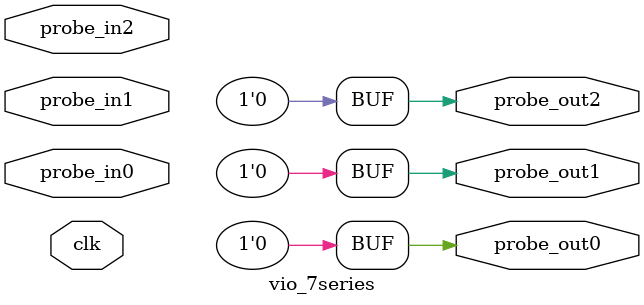
<source format=v>
`timescale 1ns / 1ps
module vio_7series (
clk,
probe_in0,probe_in1,probe_in2,
probe_out0,
probe_out1,
probe_out2
);

input clk;
input [0 : 0] probe_in0;
input [0 : 0] probe_in1;
input [0 : 0] probe_in2;

output reg [0 : 0] probe_out0 = 'h0 ;
output reg [0 : 0] probe_out1 = 'h0 ;
output reg [0 : 0] probe_out2 = 'h0 ;


endmodule

</source>
